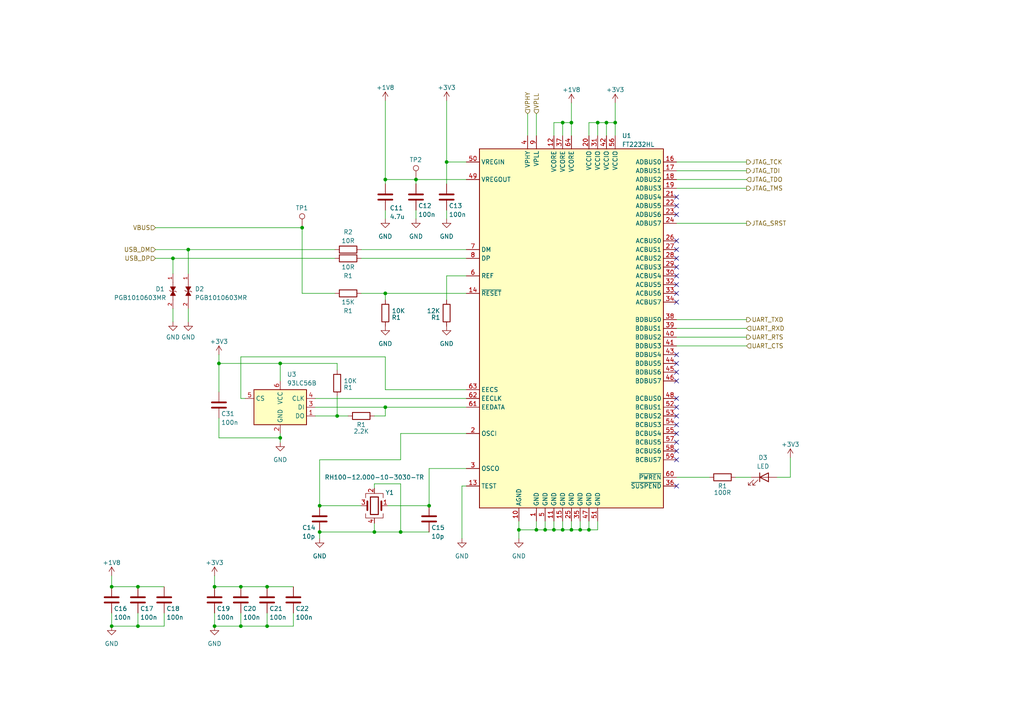
<source format=kicad_sch>
(kicad_sch (version 20230121) (generator eeschema)
  (paper "A4")
  (title_block (title "FTDI JTAG Programmer") (date "2024-10-11") (rev "1.1"))
  (lib_symbols
    (symbol "Connector:TestPoint" (pin_numbers hide) (pin_names (offset 0.762) hide)
      (property "Reference" "TP" (at 0 6.858 0))
      (property "Value" "TestPoint" (at 0 5.08 0))
      (symbol "TestPoint_0_1"
        (circle (center 0 3.302) (radius 0.762))
      )
      (symbol "TestPoint_1_1"
        (pin passive line (at 0 0 90) (length 2.54) (name "1") (number "1"))
      )
    )
    (symbol "Device:C" (pin_numbers hide) (pin_names (offset 0.254))
      (property "Reference" "C" (at 0.635 2.54 0))
      (property "Value" "C" (at 0.635 -2.54 0))
      (symbol "C_0_1"
        (polyline (pts (xy -2.032 -0.762) (xy 2.032 -0.762)) (stroke (width 0.508)))
        (polyline (pts (xy -2.032 0.762) (xy 2.032 0.762)) (stroke (width 0.508)))
      )
      (symbol "C_1_1"
        (pin passive line (at 0 3.81 270) (length 2.794) (name "~") (number "1"))
        (pin passive line (at 0 -3.81 90) (length 2.794) (name "~") (number "2"))
      )
    )
    (symbol "Device:Crystal_GND24" (pin_names (offset 1.016) hide)
      (property "Reference" "Y" (at 3.175 5.08 0))
      (property "Value" "Crystal_GND24" (at 3.175 3.175 0))
      (symbol "Crystal_GND24_0_1"
        (rectangle (start -1.143 2.54) (end 1.143 -2.54) (stroke (width 0.3048)))
        (polyline (pts (xy -2.54 0) (xy -2.032 0)))
        (polyline (pts (xy -2.032 -1.27) (xy -2.032 1.27)) (stroke (width 0.508)))
        (polyline (pts (xy 0 -3.81) (xy 0 -3.556)))
        (polyline (pts (xy 0 3.556) (xy 0 3.81)))
        (polyline (pts (xy 2.032 -1.27) (xy 2.032 1.27)) (stroke (width 0.508)))
        (polyline (pts (xy 2.032 0) (xy 2.54 0)))
        (polyline (pts (xy -2.54 -2.286) (xy -2.54 -3.556) (xy 2.54 -3.556) (xy 2.54 -2.286)))
        (polyline (pts (xy -2.54 2.286) (xy -2.54 3.556) (xy 2.54 3.556) (xy 2.54 2.286)))
      )
      (symbol "Crystal_GND24_1_1"
        (pin passive line (at -3.81 0 0) (length 1.27) (name "1") (number "1"))
        (pin passive line (at 0 5.08 270) (length 1.27) (name "2") (number "2"))
        (pin passive line (at 3.81 0 180) (length 1.27) (name "3") (number "3"))
        (pin passive line (at 0 -5.08 90) (length 1.27) (name "4") (number "4"))
      )
    )
    (symbol "Device:LED" (pin_numbers hide) (pin_names (offset 1.016) hide)
      (property "Reference" "D" (at 0 2.54 0))
      (property "Value" "LED" (at 0 -2.54 0))
      (symbol "LED_0_1"
        (polyline (pts (xy -1.27 -1.27) (xy -1.27 1.27)) (stroke (width 0.254)))
        (polyline (pts (xy -1.27 0) (xy 1.27 0)))
        (polyline (pts (xy 1.27 -1.27) (xy 1.27 1.27) (xy -1.27 0) (xy 1.27 -1.27)) (stroke (width 0.254)))
        (polyline (pts (xy -3.048 -0.762) (xy -4.572 -2.286) (xy -3.81 -2.286) (xy -4.572 -2.286) (xy -4.572 -1.524)))
        (polyline (pts (xy -1.778 -0.762) (xy -3.302 -2.286) (xy -2.54 -2.286) (xy -3.302 -2.286) (xy -3.302 -1.524)))
      )
      (symbol "LED_1_1"
        (pin passive line (at -3.81 0 0) (length 2.54) (name "K") (number "1"))
        (pin passive line (at 3.81 0 180) (length 2.54) (name "A") (number "2"))
      )
    )
    (symbol "Device:R" (pin_numbers hide) (pin_names (offset 0))
      (property "Reference" "R" (at 2.032 0 90))
      (property "Value" "R" (at 0 0 90))
      (symbol "R_0_1"
        (rectangle (start -1.016 -2.54) (end 1.016 2.54) (stroke (width 0.254)))
      )
      (symbol "R_1_1"
        (pin passive line (at 0 3.81 270) (length 1.27) (name "~") (number "1"))
        (pin passive line (at 0 -3.81 90) (length 1.27) (name "~") (number "2"))
      )
    )
    (symbol "Interface_USB:FT2232HL"
      (property "Reference" "U" (at -26.67 53.34 0))
      (property "Value" "FT2232HL" (at 19.05 53.34 0))
      (symbol "FT2232HL_0_1"
        (rectangle (start -26.67 -52.07) (end 26.67 52.07) (stroke (width 0.254)) (fill (type background)))
      )
      (symbol "FT2232HL_1_1"
        (pin power_in line (at -10.16 -55.88 90) (length 3.81) (name "GND") (number "1"))
        (pin power_in line (at -15.24 -55.88 90) (length 3.81) (name "AGND") (number "10"))
        (pin power_in line (at -5.08 -55.88 90) (length 3.81) (name "GND") (number "11"))
        (pin power_in line (at -5.08 55.88 270) (length 3.81) (name "VCORE") (number "12"))
        (pin input line (at -30.48 -45.72 0) (length 3.81) (name "TEST") (number "13"))
        (pin input line (at -30.48 10.16 0) (length 3.81) (name "~{RESET}") (number "14"))
        (pin power_in line (at -2.54 -55.88 90) (length 3.81) (name "GND") (number "15"))
        (pin bidirectional line (at 30.48 48.26 180) (length 3.81) (name "ADBUS0") (number "16"))
        (pin bidirectional line (at 30.48 45.72 180) (length 3.81) (name "ADBUS1") (number "17"))
        (pin bidirectional line (at 30.48 43.18 180) (length 3.81) (name "ADBUS2") (number "18"))
        (pin bidirectional line (at 30.48 40.64 180) (length 3.81) (name "ADBUS3") (number "19"))
        (pin input line (at -30.48 -30.48 0) (length 3.81) (name "OSCI") (number "2"))
        (pin power_in line (at 5.08 55.88 270) (length 3.81) (name "VCCIO") (number "20"))
        (pin bidirectional line (at 30.48 38.1 180) (length 3.81) (name "ADBUS4") (number "21"))
        (pin bidirectional line (at 30.48 35.56 180) (length 3.81) (name "ADBUS5") (number "22"))
        (pin bidirectional line (at 30.48 33.02 180) (length 3.81) (name "ADBUS6") (number "23"))
        (pin bidirectional line (at 30.48 30.48 180) (length 3.81) (name "ADBUS7") (number "24"))
        (pin power_in line (at 0 -55.88 90) (length 3.81) (name "GND") (number "25"))
        (pin bidirectional line (at 30.48 25.4 180) (length 3.81) (name "ACBUS0") (number "26"))
        (pin bidirectional line (at 30.48 22.86 180) (length 3.81) (name "ACBUS1") (number "27"))
        (pin bidirectional line (at 30.48 20.32 180) (length 3.81) (name "ACBUS2") (number "28"))
        (pin bidirectional line (at 30.48 17.78 180) (length 3.81) (name "ACBUS3") (number "29"))
        (pin output line (at -30.48 -40.64 0) (length 3.81) (name "OSCO") (number "3"))
        (pin bidirectional line (at 30.48 15.24 180) (length 3.81) (name "ACBUS4") (number "30"))
        (pin power_in line (at 7.62 55.88 270) (length 3.81) (name "VCCIO") (number "31"))
        (pin bidirectional line (at 30.48 12.7 180) (length 3.81) (name "ACBUS5") (number "32"))
        (pin bidirectional line (at 30.48 10.16 180) (length 3.81) (name "ACBUS6") (number "33"))
        (pin bidirectional line (at 30.48 7.62 180) (length 3.81) (name "ACBUS7") (number "34"))
        (pin power_in line (at 2.54 -55.88 90) (length 3.81) (name "GND") (number "35"))
        (pin output line (at 30.48 -45.72 180) (length 3.81) (name "~{SUSPEND}") (number "36"))
        (pin power_in line (at -2.54 55.88 270) (length 3.81) (name "VCORE") (number "37"))
        (pin bidirectional line (at 30.48 2.54 180) (length 3.81) (name "BDBUS0") (number "38"))
        (pin bidirectional line (at 30.48 0 180) (length 3.81) (name "BDBUS1") (number "39"))
        (pin power_in line (at -12.7 55.88 270) (length 3.81) (name "VPHY") (number "4"))
        (pin bidirectional line (at 30.48 -2.54 180) (length 3.81) (name "BDBUS2") (number "40"))
        (pin bidirectional line (at 30.48 -5.08 180) (length 3.81) (name "BDBUS3") (number "41"))
        (pin power_in line (at 10.16 55.88 270) (length 3.81) (name "VCCIO") (number "42"))
        (pin bidirectional line (at 30.48 -7.62 180) (length 3.81) (name "BDBUS4") (number "43"))
        (pin bidirectional line (at 30.48 -10.16 180) (length 3.81) (name "BDBUS5") (number "44"))
        (pin bidirectional line (at 30.48 -12.7 180) (length 3.81) (name "BDBUS6") (number "45"))
        (pin bidirectional line (at 30.48 -15.24 180) (length 3.81) (name "BDBUS7") (number "46"))
        (pin power_in line (at 5.08 -55.88 90) (length 3.81) (name "GND") (number "47"))
        (pin bidirectional line (at 30.48 -20.32 180) (length 3.81) (name "BCBUS0") (number "48"))
        (pin power_out line (at -30.48 43.18 0) (length 3.81) (name "VREGOUT") (number "49"))
        (pin power_in line (at -7.62 -55.88 90) (length 3.81) (name "GND") (number "5"))
        (pin power_in line (at -30.48 48.26 0) (length 3.81) (name "VREGIN") (number "50"))
        (pin power_in line (at 7.62 -55.88 90) (length 3.81) (name "GND") (number "51"))
        (pin bidirectional line (at 30.48 -22.86 180) (length 3.81) (name "BCBUS1") (number "52"))
        (pin bidirectional line (at 30.48 -25.4 180) (length 3.81) (name "BCBUS2") (number "53"))
        (pin bidirectional line (at 30.48 -27.94 180) (length 3.81) (name "BCBUS3") (number "54"))
        (pin bidirectional line (at 30.48 -30.48 180) (length 3.81) (name "BCBUS4") (number "55"))
        (pin power_in line (at 12.7 55.88 270) (length 3.81) (name "VCCIO") (number "56"))
        (pin bidirectional line (at 30.48 -33.02 180) (length 3.81) (name "BCBUS5") (number "57"))
        (pin bidirectional line (at 30.48 -35.56 180) (length 3.81) (name "BCBUS6") (number "58"))
        (pin bidirectional line (at 30.48 -38.1 180) (length 3.81) (name "BCBUS7") (number "59"))
        (pin output line (at -30.48 15.24 0) (length 3.81) (name "REF") (number "6"))
        (pin output line (at 30.48 -43.18 180) (length 3.81) (name "~{PWREN}") (number "60"))
        (pin bidirectional line (at -30.48 -22.86 0) (length 3.81) (name "EEDATA") (number "61"))
        (pin output line (at -30.48 -20.32 0) (length 3.81) (name "EECLK") (number "62"))
        (pin output line (at -30.48 -17.78 0) (length 3.81) (name "EECS") (number "63"))
        (pin power_in line (at 0 55.88 270) (length 3.81) (name "VCORE") (number "64"))
        (pin bidirectional line (at -30.48 22.86 0) (length 3.81) (name "DM") (number "7"))
        (pin bidirectional line (at -30.48 20.32 0) (length 3.81) (name "DP") (number "8"))
        (pin input line (at -10.16 55.88 270) (length 3.81) (name "VPLL") (number "9"))
      )
    )
    (symbol "Memory_EEPROM:93LCxxBxxOT"
      (property "Reference" "U" (at -6.35 6.35 0))
      (property "Value" "93LCxxBxxOT" (at 7.62 -6.35 0))
      (symbol "93LCxxBxxOT_0_1"
        (rectangle (start -7.62 5.08) (end 7.62 -5.08) (stroke (width 0.254)) (fill (type background)))
      )
      (symbol "93LCxxBxxOT_1_1"
        (pin tri_state line (at 10.16 -2.54 180) (length 2.54) (name "DO") (number "1"))
        (pin power_in line (at 0 -7.62 90) (length 2.54) (name "GND") (number "2"))
        (pin input line (at 10.16 0 180) (length 2.54) (name "DI") (number "3"))
        (pin input line (at 10.16 2.54 180) (length 2.54) (name "CLK") (number "4"))
        (pin input line (at -10.16 2.54 0) (length 2.54) (name "CS") (number "5"))
        (pin power_in line (at 0 7.62 270) (length 2.54) (name "VCC") (number "6"))
      )
    )
    (symbol "PGB1010603MR:PGB1010603MR" (pin_names (offset 1.016))
      (property "Reference" "D" (at -5.08 2.54 0))
      (property "Value" "PGB1010603MR" (at -5.08 -5.08 0))
      (symbol "PGB1010603MR_0_0"
        (polyline (pts (xy -1.27 0) (xy -2.54 0)) (stroke (width 0.1524)))
        (polyline (pts (xy 0 -0.762) (xy -0.254 -1.016)) (stroke (width 0.1524)))
        (polyline (pts (xy 0 -0.762) (xy 0 0.762)) (stroke (width 0.1524)))
        (polyline (pts (xy 0 0.762) (xy 0.254 1.016)) (stroke (width 0.1524)))
        (polyline (pts (xy 1.27 0) (xy 2.54 0)) (stroke (width 0.1524)))
        (polyline (pts (xy 0 0) (xy -1.27 -0.762) (xy -1.27 0.762) (xy 0 0)) (stroke (width 0.1524)) (fill (type outline)))
        (polyline (pts (xy 0 0) (xy 1.27 0.762) (xy 1.27 -0.762) (xy 0 0)) (stroke (width 0.1524)) (fill (type outline)))
        (pin passive line (at -5.08 0 0) (length 2.54) (name "~") (number "1"))
        (pin passive line (at 5.08 0 180) (length 2.54) (name "~") (number "2"))
      )
    )
    (symbol "power:+1V8" (power) (pin_names (offset 0))
      (property "Value" "+1V8" (at 0 3.556 0))
      (symbol "+1V8_0_1"
        (polyline (pts (xy -0.762 1.27) (xy 0 2.54)))
        (polyline (pts (xy 0 0) (xy 0 2.54)))
        (polyline (pts (xy 0 2.54) (xy 0.762 1.27)))
      )
      (symbol "+1V8_1_1"
        (pin power_in line (at 0 0 90) (length 0) hide (name "+1V8") (number "1"))
      )
    )
    (symbol "power:+3V3" (power) (pin_names (offset 0))
      (property "Value" "+3V3" (at 0 3.556 0))
      (symbol "+3V3_0_1"
        (polyline (pts (xy -0.762 1.27) (xy 0 2.54)))
        (polyline (pts (xy 0 0) (xy 0 2.54)))
        (polyline (pts (xy 0 2.54) (xy 0.762 1.27)))
      )
      (symbol "+3V3_1_1"
        (pin power_in line (at 0 0 90) (length 0) hide (name "+3V3") (number "1"))
      )
    )
    (symbol "power:GND" (power) (pin_names (offset 0))
      (property "Value" "GND" (at 0 -3.81 0))
      (symbol "GND_0_1"
        (polyline (pts (xy 0 0) (xy 0 -1.27) (xy 1.27 -1.27) (xy 0 -2.54) (xy -1.27 -1.27) (xy 0 -1.27)))
      )
      (symbol "GND_1_1"
        (pin power_in line (at 0 0 270) (length 0) hide (name "GND") (number "1"))
      )
    )
  )
  (junction (at 111.76 118.11))
  (junction (at 120.65 52.07))
  (junction (at 111.76 52.07))
  (junction (at 116.205 154.305))
  (junction (at 178.435 35.56))
  (junction (at 92.71 154.305))
  (junction (at 50.165 74.93))
  (junction (at 77.47 170.18))
  (junction (at 170.815 153.67))
  (junction (at 129.54 46.99))
  (junction (at 63.5 105.41))
  (junction (at 81.28 105.41))
  (junction (at 165.735 153.67))
  (junction (at 87.63 66.04))
  (junction (at 40.005 181.61))
  (junction (at 175.895 35.56))
  (junction (at 165.735 35.56))
  (junction (at 97.79 120.65))
  (junction (at 158.115 153.67))
  (junction (at 111.76 85.09))
  (junction (at 108.585 154.305))
  (junction (at 163.195 35.56))
  (junction (at 160.655 153.67))
  (junction (at 92.71 146.685))
  (junction (at 173.355 35.56))
  (junction (at 168.275 153.67))
  (junction (at 150.495 153.67))
  (junction (at 32.385 181.61))
  (junction (at 124.46 146.685))
  (junction (at 163.195 153.67))
  (junction (at 62.23 181.61))
  (junction (at 155.575 153.67))
  (junction (at 69.85 181.61))
  (junction (at 40.005 170.18))
  (junction (at 54.61 72.39))
  (junction (at 32.385 170.18))
  (junction (at 81.28 127))
  (junction (at 69.85 170.18))
  (junction (at 62.23 170.18))
  (junction (at 77.47 181.61))
  (no_connect (at 196.215 120.65))
  (no_connect (at 196.215 87.63))
  (no_connect (at 196.215 128.27))
  (no_connect (at 196.215 69.85))
  (no_connect (at 196.215 74.93))
  (no_connect (at 196.215 62.23))
  (no_connect (at 196.215 115.57))
  (no_connect (at 196.215 118.11))
  (no_connect (at 196.215 107.95))
  (no_connect (at 196.215 133.35))
  (no_connect (at 196.215 59.69))
  (no_connect (at 196.215 140.97))
  (no_connect (at 196.215 102.87))
  (no_connect (at 196.215 123.19))
  (no_connect (at 196.215 82.55))
  (no_connect (at 196.215 130.81))
  (no_connect (at 196.215 80.01))
  (no_connect (at 196.215 57.15))
  (no_connect (at 196.215 77.47))
  (no_connect (at 196.215 125.73))
  (no_connect (at 196.215 110.49))
  (no_connect (at 196.215 72.39))
  (no_connect (at 196.215 105.41))
  (no_connect (at 196.215 85.09))
  (wire (pts (xy 133.985 140.97) (xy 133.985 156.21)))
  (wire (pts (xy 63.5 105.41) (xy 81.28 105.41)))
  (wire (pts (xy 92.71 154.305) (xy 108.585 154.305)))
  (wire (pts (xy 163.195 153.67) (xy 165.735 153.67)))
  (wire (pts (xy 196.215 95.25) (xy 216.535 95.25)))
  (wire (pts (xy 111.76 118.11) (xy 135.255 118.11)))
  (wire (pts (xy 32.385 181.61) (xy 40.005 181.61)))
  (wire (pts (xy 50.165 89.535) (xy 50.165 93.345)))
  (wire (pts (xy 165.735 35.56) (xy 163.195 35.56)))
  (wire (pts (xy 116.205 133.35) (xy 116.205 125.73)))
  (wire (pts (xy 116.205 140.335) (xy 116.205 154.305)))
  (wire (pts (xy 111.76 85.09) (xy 111.76 86.995)))
  (wire (pts (xy 163.195 151.13) (xy 163.195 153.67)))
  (wire (pts (xy 92.71 156.21) (xy 92.71 154.305)))
  (wire (pts (xy 196.215 49.53) (xy 216.535 49.53)))
  (wire (pts (xy 50.165 79.375) (xy 50.165 74.93)))
  (wire (pts (xy 71.12 115.57) (xy 69.85 115.57)))
  (wire (pts (xy 104.775 74.93) (xy 135.255 74.93)))
  (wire (pts (xy 150.495 153.67) (xy 155.575 153.67)))
  (wire (pts (xy 155.575 151.13) (xy 155.575 153.67)))
  (wire (pts (xy 62.23 167.005) (xy 62.23 170.18)))
  (wire (pts (xy 175.895 35.56) (xy 175.895 39.37)))
  (wire (pts (xy 63.5 102.87) (xy 63.5 105.41)))
  (wire (pts (xy 92.71 146.685) (xy 104.775 146.685)))
  (wire (pts (xy 160.655 39.37) (xy 160.655 35.56)))
  (wire (pts (xy 150.495 153.67) (xy 150.495 156.21)))
  (wire (pts (xy 111.76 120.65) (xy 111.76 118.11)))
  (wire (pts (xy 111.76 60.96) (xy 111.76 63.5)))
  (wire (pts (xy 165.735 35.56) (xy 165.735 39.37)))
  (wire (pts (xy 54.61 89.535) (xy 54.61 93.345)))
  (wire (pts (xy 129.54 86.995) (xy 129.54 80.01)))
  (wire (pts (xy 91.44 118.11) (xy 111.76 118.11)))
  (wire (pts (xy 116.205 154.305) (xy 108.585 154.305)))
  (wire (pts (xy 77.47 170.18) (xy 85.09 170.18)))
  (wire (pts (xy 54.61 72.39) (xy 54.61 79.375)))
  (wire (pts (xy 69.85 103.505) (xy 111.76 103.505)))
  (wire (pts (xy 129.54 29.21) (xy 129.54 46.99)))
  (wire (pts (xy 77.47 181.61) (xy 77.47 177.8)))
  (wire (pts (xy 165.735 153.67) (xy 168.275 153.67)))
  (wire (pts (xy 175.895 35.56) (xy 178.435 35.56)))
  (wire (pts (xy 108.585 140.335) (xy 116.205 140.335)))
  (wire (pts (xy 81.28 105.41) (xy 97.79 105.41)))
  (wire (pts (xy 170.815 35.56) (xy 173.355 35.56)))
  (wire (pts (xy 45.085 66.04) (xy 87.63 66.04)))
  (wire (pts (xy 170.815 151.13) (xy 170.815 153.67)))
  (wire (pts (xy 50.165 74.93) (xy 97.155 74.93)))
  (wire (pts (xy 173.355 35.56) (xy 173.355 39.37)))
  (wire (pts (xy 85.09 181.61) (xy 85.09 177.8)))
  (wire (pts (xy 196.215 138.43) (xy 205.74 138.43)))
  (wire (pts (xy 45.085 74.93) (xy 50.165 74.93)))
  (wire (pts (xy 129.54 46.99) (xy 135.255 46.99)))
  (wire (pts (xy 62.23 181.61) (xy 69.85 181.61)))
  (wire (pts (xy 77.47 181.61) (xy 85.09 181.61)))
  (wire (pts (xy 87.63 66.04) (xy 87.63 85.09)))
  (wire (pts (xy 91.44 120.65) (xy 97.79 120.65)))
  (wire (pts (xy 116.205 154.305) (xy 124.46 154.305)))
  (wire (pts (xy 62.23 170.18) (xy 69.85 170.18)))
  (wire (pts (xy 173.355 35.56) (xy 175.895 35.56)))
  (wire (pts (xy 69.85 115.57) (xy 69.85 103.505)))
  (wire (pts (xy 40.005 170.18) (xy 47.625 170.18)))
  (wire (pts (xy 40.005 181.61) (xy 47.625 181.61)))
  (wire (pts (xy 153.035 33.02) (xy 153.035 39.37)))
  (wire (pts (xy 104.775 85.09) (xy 111.76 85.09)))
  (wire (pts (xy 120.65 52.07) (xy 135.255 52.07)))
  (wire (pts (xy 87.63 85.09) (xy 97.155 85.09)))
  (wire (pts (xy 196.215 46.99) (xy 216.535 46.99)))
  (wire (pts (xy 129.54 80.01) (xy 135.255 80.01)))
  (wire (pts (xy 120.65 53.34) (xy 120.65 52.07)))
  (wire (pts (xy 133.985 140.97) (xy 135.255 140.97)))
  (wire (pts (xy 40.005 177.8) (xy 40.005 181.61)))
  (wire (pts (xy 178.435 29.845) (xy 178.435 35.56)))
  (wire (pts (xy 160.655 153.67) (xy 163.195 153.67)))
  (wire (pts (xy 129.54 63.5) (xy 129.54 60.96)))
  (wire (pts (xy 32.385 181.61) (xy 32.385 177.8)))
  (wire (pts (xy 196.215 52.07) (xy 216.535 52.07)))
  (wire (pts (xy 163.195 35.56) (xy 163.195 39.37)))
  (wire (pts (xy 112.395 146.685) (xy 124.46 146.685)))
  (wire (pts (xy 111.76 85.09) (xy 135.255 85.09)))
  (wire (pts (xy 62.23 181.61) (xy 62.23 177.8)))
  (wire (pts (xy 81.28 105.41) (xy 81.28 110.49)))
  (wire (pts (xy 104.775 72.39) (xy 135.255 72.39)))
  (wire (pts (xy 63.5 127) (xy 81.28 127)))
  (wire (pts (xy 160.655 35.56) (xy 163.195 35.56)))
  (wire (pts (xy 155.575 33.02) (xy 155.575 39.37)))
  (wire (pts (xy 150.495 151.13) (xy 150.495 153.67)))
  (wire (pts (xy 111.76 120.65) (xy 108.585 120.65)))
  (wire (pts (xy 158.115 153.67) (xy 160.655 153.67)))
  (wire (pts (xy 229.235 132.715) (xy 229.235 138.43)))
  (wire (pts (xy 213.36 138.43) (xy 217.805 138.43)))
  (wire (pts (xy 111.76 29.21) (xy 111.76 52.07)))
  (wire (pts (xy 196.215 54.61) (xy 216.535 54.61)))
  (wire (pts (xy 116.205 125.73) (xy 135.255 125.73)))
  (wire (pts (xy 97.79 105.41) (xy 97.79 107.315)))
  (wire (pts (xy 170.815 39.37) (xy 170.815 35.56)))
  (wire (pts (xy 92.71 146.685) (xy 92.71 133.35)))
  (wire (pts (xy 69.85 177.8) (xy 69.85 181.61)))
  (wire (pts (xy 92.71 133.35) (xy 116.205 133.35)))
  (wire (pts (xy 170.815 153.67) (xy 173.355 153.67)))
  (wire (pts (xy 97.79 114.935) (xy 97.79 120.65)))
  (wire (pts (xy 111.76 103.505) (xy 111.76 113.03)))
  (wire (pts (xy 45.085 72.39) (xy 54.61 72.39)))
  (wire (pts (xy 196.215 100.33) (xy 216.535 100.33)))
  (wire (pts (xy 196.215 97.79) (xy 216.535 97.79)))
  (wire (pts (xy 129.54 46.99) (xy 129.54 53.34)))
  (wire (pts (xy 81.28 128.27) (xy 81.28 127)))
  (wire (pts (xy 160.655 151.13) (xy 160.655 153.67)))
  (wire (pts (xy 225.425 138.43) (xy 229.235 138.43)))
  (wire (pts (xy 108.585 154.305) (xy 108.585 151.765)))
  (wire (pts (xy 158.115 151.13) (xy 158.115 153.67)))
  (wire (pts (xy 178.435 35.56) (xy 178.435 39.37)))
  (wire (pts (xy 63.5 121.285) (xy 63.5 127)))
  (wire (pts (xy 124.46 135.89) (xy 135.255 135.89)))
  (wire (pts (xy 165.735 151.13) (xy 165.735 153.67)))
  (wire (pts (xy 165.735 29.845) (xy 165.735 35.56)))
  (wire (pts (xy 97.79 120.65) (xy 100.965 120.65)))
  (wire (pts (xy 111.76 113.03) (xy 135.255 113.03)))
  (wire (pts (xy 32.385 167.005) (xy 32.385 170.18)))
  (wire (pts (xy 196.215 64.77) (xy 216.535 64.77)))
  (wire (pts (xy 196.215 92.71) (xy 216.535 92.71)))
  (wire (pts (xy 47.625 181.61) (xy 47.625 177.8)))
  (wire (pts (xy 111.76 53.34) (xy 111.76 52.07)))
  (wire (pts (xy 124.46 146.685) (xy 124.46 135.89)))
  (wire (pts (xy 69.85 181.61) (xy 77.47 181.61)))
  (wire (pts (xy 32.385 170.18) (xy 40.005 170.18)))
  (wire (pts (xy 111.76 52.07) (xy 120.65 52.07)))
  (wire (pts (xy 54.61 72.39) (xy 97.155 72.39)))
  (wire (pts (xy 108.585 141.605) (xy 108.585 140.335)))
  (wire (pts (xy 173.355 153.67) (xy 173.355 151.13)))
  (wire (pts (xy 168.275 153.67) (xy 170.815 153.67)))
  (wire (pts (xy 168.275 151.13) (xy 168.275 153.67)))
  (wire (pts (xy 63.5 105.41) (xy 63.5 113.665)))
  (wire (pts (xy 155.575 153.67) (xy 158.115 153.67)))
  (wire (pts (xy 120.65 60.96) (xy 120.65 63.5)))
  (wire (pts (xy 69.85 170.18) (xy 77.47 170.18)))
  (wire (pts (xy 91.44 115.57) (xy 135.255 115.57)))
  (wire (pts (xy 81.28 127) (xy 81.28 125.73)))
  (hierarchical_label "USB_DP" (shape input) (at 45.085 74.93 180))
  (hierarchical_label "VPLL" (shape input) (at 155.575 33.02 90))
  (hierarchical_label "USB_DM" (shape input) (at 45.085 72.39 180))
  (hierarchical_label "JTAG_TMS" (shape output) (at 216.535 54.61 0))
  (hierarchical_label "JTAG_TDI" (shape output) (at 216.535 49.53 0))
  (hierarchical_label "VPHY" (shape input) (at 153.035 33.02 90))
  (hierarchical_label "UART_TXD" (shape output) (at 216.535 92.71 0))
  (hierarchical_label "JTAG_SRST" (shape output) (at 216.535 64.77 0))
  (hierarchical_label "UART_CTS" (shape input) (at 216.535 100.33 0))
  (hierarchical_label "UART_RTS" (shape output) (at 216.535 97.79 0))
  (hierarchical_label "JTAG_TDO" (shape input) (at 216.535 52.07 0))
  (hierarchical_label "JTAG_TCK" (shape output) (at 216.535 46.99 0))
  (hierarchical_label "VBUS" (shape input) (at 45.085 66.04 180))
  (hierarchical_label "UART_RXD" (shape input) (at 216.535 95.25 0))
  (symbol (lib_id "power:+3V3") (at 62.23 167.005 0) (unit 1)
    (property "Reference" "#PWR030" (effects hide))
    (property "Value" "+3V3" (at 62.23 163.195 0))
  )
  (symbol (lib_id "power:GND") (at 81.28 128.27 0) (unit 1)
    (property "Reference" "#PWR020" (effects hide))
    (property "Value" "GND" (at 81.28 133.35 0))
  )
  (symbol (lib_id "PGB1010603MR:PGB1010603MR") (at 50.165 84.455 270) (unit 1)
    (property "Reference" "D1" (at 45.085 83.82 90) (effects (justify left)))
    (property "Value" "PGB1010603MR" (at 33.02 86.36 90) (effects (justify left)))
    (property "Footprint" "PGB1010603MR:DIOC1608X36N" (effects hide))
    (property "PARTREV" "07/27/15" (effects hide))
    (property "STANDARD" "Manufacturer recommendations" (effects hide))
    (property "MAXIMUM_PACKAGE_HEIGHT" "0.36 mm" (effects hide))
    (property "MANUFACTURER" "Littelfuse Inc." (effects hide))
    (property "LCSC" "C142698" (effects hide))
  )
  (symbol (lib_id "power:+1V8") (at 165.735 29.845 0) (unit 1)
    (property "Reference" "#PWR047" (effects hide))
    (property "Value" "+1V8" (at 165.735 26.035 0))
  )
  (symbol (lib_id "power:GND") (at 92.71 156.21 0) (unit 1)
    (property "Reference" "#PWR021" (effects hide))
    (property "Value" "GND" (at 92.71 161.29 0))
  )
  (symbol (lib_id "power:GND") (at 120.65 63.5 0) (unit 1)
    (property "Reference" "#PWR014" (effects hide))
    (property "Value" "GND" (at 120.65 68.58 0))
  )
  (symbol (lib_id "power:+1V8") (at 111.76 29.21 0) (unit 1)
    (property "Reference" "#PWR045" (effects hide))
    (property "Value" "+1V8" (at 111.76 25.4 0))
  )
  (symbol (lib_id "power:GND") (at 111.76 63.5 0) (unit 1)
    (property "Reference" "#PWR013" (effects hide))
    (property "Value" "GND" (at 111.76 68.58 0))
  )
  (symbol (lib_id "Device:R") (at 100.965 74.93 90) (unit 1)
    (property "Reference" "R1" (at 100.965 80.01 90))
    (property "Value" "10R" (at 100.965 77.47 90))
    (property "Footprint" "Resistor_SMD:R_0603_1608Metric" (effects hide))
    (instances (project "JTAGProgrammer" (path "" (reference "R1") (unit 1)) (path "" (reference "R3") (unit 1))))
  )
  (symbol (lib_id "power:GND") (at 62.23 181.61 0) (unit 1)
    (property "Reference" "#PWR025" (effects hide))
    (property "Value" "GND" (at 62.23 186.69 0))
  )
  (symbol (lib_id "Device:C") (at 63.5 117.475 0) (unit 1)
    (property "Reference" "C31" (at 64.135 120.015 0) (effects (justify left)))
    (property "Value" "100n" (at 64.135 122.555 0) (effects (justify left)))
    (property "Footprint" "Capacitor_SMD:C_0603_1608Metric" (effects hide))
  )
  (symbol (lib_id "Device:C") (at 120.65 57.15 0) (unit 1)
    (property "Reference" "C12" (at 121.285 59.69 0) (effects (justify left)))
    (property "Value" "100n" (at 121.285 62.23 0) (effects (justify left)))
    (property "Footprint" "Capacitor_SMD:C_0603_1608Metric" (effects hide))
  )
  (symbol (lib_id "Device:R") (at 209.55 138.43 90) (unit 1)
    (property "Reference" "R1" (at 209.55 140.97 90))
    (property "Value" "100R" (at 209.55 142.875 90))
    (property "Footprint" "Resistor_SMD:R_0603_1608Metric" (effects hide))
    (instances (project "JTAGProgrammer" (path "" (reference "R1") (unit 1)) (path "" (reference "R9") (unit 1))))
  )
  (symbol (lib_id "power:GND") (at 129.54 94.615 0) (unit 1)
    (property "Reference" "#PWR017" (effects hide))
    (property "Value" "GND" (at 129.54 99.695 0))
  )
  (symbol (lib_id "Device:R") (at 129.54 90.805 0) (mirror x) (unit 1)
    (property "Reference" "R1" (at 126.365 92.075 0))
    (property "Value" "12K" (at 125.73 90.17 0))
    (property "Footprint" "Resistor_SMD:R_0603_1608Metric" (effects hide))
    (instances (project "JTAGProgrammer" (path "" (reference "R1") (unit 1)) (path "" (reference "R6") (unit 1))))
  )
  (symbol (lib_id "power:+3V3") (at 229.235 132.715 0) (unit 1)
    (property "Reference" "#PWR029" (effects hide))
    (property "Value" "+3V3" (at 229.235 128.905 0))
  )
  (symbol (lib_id "PGB1010603MR:PGB1010603MR") (at 54.61 84.455 270) (unit 1)
    (property "Reference" "D2" (at 56.515 83.82 90) (effects (justify left)))
    (property "Value" "PGB1010603MR" (at 56.515 86.36 90) (effects (justify left)))
    (property "Footprint" "PGB1010603MR:DIOC1608X36N" (effects hide))
    (property "PARTREV" "07/27/15" (effects hide))
    (property "STANDARD" "Manufacturer recommendations" (effects hide))
    (property "MAXIMUM_PACKAGE_HEIGHT" "0.36 mm" (effects hide))
    (property "MANUFACTURER" "Littelfuse Inc." (effects hide))
    (property "LCSC" "C142698" (effects hide))
  )
  (symbol (lib_id "power:GND") (at 54.61 93.345 0) (unit 1)
    (property "Reference" "#PWR019" (effects hide))
    (property "Value" "GND" (at 54.61 97.79 0))
  )
  (symbol (lib_id "Device:C") (at 32.385 173.99 0) (unit 1)
    (property "Reference" "C16" (at 33.02 176.53 0) (effects (justify left)))
    (property "Value" "100n" (at 33.02 179.07 0) (effects (justify left)))
    (property "Footprint" "Capacitor_SMD:C_0603_1608Metric" (effects hide))
  )
  (symbol (lib_id "power:GND") (at 129.54 63.5 0) (unit 1)
    (property "Reference" "#PWR015" (effects hide))
    (property "Value" "GND" (at 129.54 68.58 0))
  )
  (symbol (lib_id "power:+3V3") (at 178.435 29.845 0) (unit 1)
    (property "Reference" "#PWR041" (effects hide))
    (property "Value" "+3V3" (at 178.435 26.035 0))
  )
  (symbol (lib_id "Device:R") (at 100.965 85.09 90) (unit 1)
    (property "Reference" "R1" (at 100.965 90.17 90))
    (property "Value" "15K" (at 100.965 87.63 90))
    (property "Footprint" "Resistor_SMD:R_0603_1608Metric" (effects hide))
    (instances (project "JTAGProgrammer" (path "" (reference "R1") (unit 1)) (path "" (reference "R4") (unit 1))))
  )
  (symbol (lib_id "Connector:TestPoint") (at 120.65 52.07 0) (unit 1)
    (property "Reference" "TP2" (at 118.745 46.355 0) (effects (justify left)))
    (property "Value" "TestPoint" (effects hide))
    (property "Footprint" "TestPoint:TestPoint_Pad_D1.0mm" (effects hide))
  )
  (symbol (lib_id "Connector:TestPoint") (at 87.63 66.04 0) (unit 1)
    (property "Reference" "TP1" (at 85.725 60.325 0) (effects (justify left)))
    (property "Value" "TestPoint" (effects hide))
    (property "Footprint" "TestPoint:TestPoint_Pad_D1.0mm" (effects hide))
  )
  (symbol (lib_id "power:GND") (at 32.385 181.61 0) (unit 1)
    (property "Reference" "#PWR024" (effects hide))
    (property "Value" "GND" (at 32.385 186.69 0))
  )
  (symbol (lib_id "Device:C") (at 85.09 173.99 0) (unit 1)
    (property "Reference" "C22" (at 85.725 176.53 0) (effects (justify left)))
    (property "Value" "100n" (at 85.725 179.07 0) (effects (justify left)))
    (property "Footprint" "Capacitor_SMD:C_0603_1608Metric" (effects hide))
  )
  (symbol (lib_id "power:+3V3") (at 129.54 29.21 0) (unit 1)
    (property "Reference" "#PWR031" (effects hide))
    (property "Value" "+3V3" (at 129.54 25.4 0))
  )
  (symbol (lib_id "Device:LED") (at 221.615 138.43 0) (unit 1)
    (property "Reference" "D3" (at 221.2975 132.715 0))
    (property "Value" "LED" (at 221.2975 135.255 0))
    (property "Footprint" "LED_SMD:LED_0603_1608Metric" (effects hide))
    (property "LCSC" "C3014182" (effects hide))
  )
  (symbol (lib_id "Interface_USB:FT2232HL") (at 165.735 95.25 0) (unit 1)
    (property "Reference" "U1" (at 180.3909 39.37 0) (effects (justify left)))
    (property "Value" "FT2232HL" (at 180.3909 41.91 0) (effects (justify left)))
    (property "Footprint" "Package_QFP:LQFP-64_10x10mm_P0.5mm" (effects hide))
    (property "Datasheet" "https://www.ftdichip.com/Support/Documents/DataSheets/ICs/DS_FT2232H.pdf" (effects hide))
    (property "LCSC" "C27882" (effects hide))
    (instances (project "JTAGProgrammer" (path "" (reference "U1") (unit 1)) (path "" (reference "U2") (unit 1))))
  )
  (symbol (lib_id "Device:Crystal_GND24") (at 108.585 146.685 0) (mirror y) (unit 1)
    (property "Reference" "Y1" (at 113.03 142.875 0))
    (property "Value" "RH100-12.000-10-3030-TR" (at 108.585 138.43 0))
    (property "Footprint" "Crystal:Crystal_SMD_3225-4Pin_3.2x2.5mm" (effects hide))
    (property "LCSC" "C255903" (effects hide))
  )
  (symbol (lib_id "Device:C") (at 40.005 173.99 0) (unit 1)
    (property "Reference" "C17" (at 40.64 176.53 0) (effects (justify left)))
    (property "Value" "100n" (at 40.64 179.07 0) (effects (justify left)))
    (property "Footprint" "Capacitor_SMD:C_0603_1608Metric" (effects hide))
  )
  (symbol (lib_id "power:GND") (at 50.165 93.345 0) (unit 1)
    (property "Reference" "#PWR018" (effects hide))
    (property "Value" "GND" (at 50.165 97.79 0))
  )
  (symbol (lib_id "Memory_EEPROM:93LCxxBxxOT") (at 81.28 118.11 0) (unit 1)
    (property "Reference" "U3" (at 83.2359 108.585 0) (effects (justify left)))
    (property "Value" "93LC56B" (at 83.2359 111.125 0) (effects (justify left)))
    (property "Footprint" "Package_TO_SOT_SMD:SOT-23-6" (effects hide))
    (property "Datasheet" "http://ww1.microchip.com/downloads/en/DeviceDoc/20001749K.pdf" (effects hide))
    (property "LCSC" "C190271" (effects hide))
  )
  (symbol (lib_id "Device:C") (at 92.71 150.495 0) (unit 1)
    (property "Reference" "C14" (at 87.63 153.035 0) (effects (justify left)))
    (property "Value" "10p" (at 87.63 155.575 0) (effects (justify left)))
    (property "Footprint" "Capacitor_SMD:C_0603_1608Metric" (effects hide))
  )
  (symbol (lib_id "Device:C") (at 111.76 57.15 0) (unit 1)
    (property "Reference" "C11" (at 113.03 60.325 0) (effects (justify left)))
    (property "Value" "4.7u" (at 113.03 62.865 0) (effects (justify left)))
    (property "Footprint" "Capacitor_SMD:C_1206_3216Metric" (effects hide))
  )
  (symbol (lib_id "Device:C") (at 47.625 173.99 0) (unit 1)
    (property "Reference" "C18" (at 48.26 176.53 0) (effects (justify left)))
    (property "Value" "100n" (at 48.26 179.07 0) (effects (justify left)))
    (property "Footprint" "Capacitor_SMD:C_0603_1608Metric" (effects hide))
  )
  (symbol (lib_id "power:GND") (at 111.76 94.615 0) (unit 1)
    (property "Reference" "#PWR016" (effects hide))
    (property "Value" "GND" (at 111.76 99.695 0))
  )
  (symbol (lib_id "Device:C") (at 62.23 173.99 0) (unit 1)
    (property "Reference" "C19" (at 62.865 176.53 0) (effects (justify left)))
    (property "Value" "100n" (at 62.865 179.07 0) (effects (justify left)))
    (property "Footprint" "Capacitor_SMD:C_0603_1608Metric" (effects hide))
  )
  (symbol (lib_id "Device:R") (at 111.76 90.805 180) (unit 1)
    (property "Reference" "R1" (at 114.935 92.075 0))
    (property "Value" "10K" (at 115.57 90.17 0))
    (property "Footprint" "Resistor_SMD:R_0603_1608Metric" (effects hide))
    (instances (project "JTAGProgrammer" (path "" (reference "R1") (unit 1)) (path "" (reference "R5") (unit 1))))
  )
  (symbol (lib_id "power:GND") (at 150.495 156.21 0) (unit 1)
    (property "Reference" "#PWR023" (effects hide))
    (property "Value" "GND" (at 150.495 161.29 0))
  )
  (symbol (lib_id "Device:C") (at 69.85 173.99 0) (unit 1)
    (property "Reference" "C20" (at 70.485 176.53 0) (effects (justify left)))
    (property "Value" "100n" (at 70.485 179.07 0) (effects (justify left)))
    (property "Footprint" "Capacitor_SMD:C_0603_1608Metric" (effects hide))
  )
  (symbol (lib_id "power:+1V8") (at 32.385 167.005 0) (unit 1)
    (property "Reference" "#PWR046" (effects hide))
    (property "Value" "+1V8" (at 32.385 163.195 0))
  )
  (symbol (lib_id "power:GND") (at 133.985 156.21 0) (unit 1)
    (property "Reference" "#PWR022" (effects hide))
    (property "Value" "GND" (at 133.985 161.29 0))
  )
  (symbol (lib_id "Device:R") (at 100.965 72.39 90) (unit 1)
    (property "Reference" "R2" (at 100.965 67.31 90))
    (property "Value" "10R" (at 100.965 69.85 90))
    (property "Footprint" "Resistor_SMD:R_0603_1608Metric" (effects hide))
  )
  (symbol (lib_id "Device:R") (at 104.775 120.65 90) (unit 1)
    (property "Reference" "R1" (at 104.775 123.19 90))
    (property "Value" "2.2K" (at 104.775 125.095 90))
    (property "Footprint" "Resistor_SMD:R_0603_1608Metric" (effects hide))
    (instances (project "JTAGProgrammer" (path "" (reference "R1") (unit 1)) (path "" (reference "R8") (unit 1))))
  )
  (symbol (lib_id "Device:C") (at 77.47 173.99 0) (unit 1)
    (property "Reference" "C21" (at 78.105 176.53 0) (effects (justify left)))
    (property "Value" "100n" (at 78.105 179.07 0) (effects (justify left)))
    (property "Footprint" "Capacitor_SMD:C_0603_1608Metric" (effects hide))
  )
  (symbol (lib_id "Device:C") (at 124.46 150.495 0) (unit 1)
    (property "Reference" "C15" (at 125.095 153.035 0) (effects (justify left)))
    (property "Value" "10p" (at 125.095 155.575 0) (effects (justify left)))
    (property "Footprint" "Capacitor_SMD:C_0603_1608Metric" (effects hide))
  )
  (symbol (lib_id "Device:C") (at 129.54 57.15 0) (unit 1)
    (property "Reference" "C13" (at 130.175 59.69 0) (effects (justify left)))
    (property "Value" "100n" (at 130.175 62.23 0) (effects (justify left)))
    (property "Footprint" "Capacitor_SMD:C_0603_1608Metric" (effects hide))
  )
  (symbol (lib_id "Device:R") (at 97.79 111.125 180) (unit 1)
    (property "Reference" "R1" (at 100.965 112.395 0))
    (property "Value" "10K" (at 101.6 110.49 0))
    (property "Footprint" "Resistor_SMD:R_0603_1608Metric" (effects hide))
    (instances (project "JTAGProgrammer" (path "" (reference "R1") (unit 1)) (path "" (reference "R7") (unit 1))))
  )
  (symbol (lib_id "power:+3V3") (at 63.5 102.87 0) (unit 1)
    (property "Reference" "#PWR048" (effects hide))
    (property "Value" "+3V3" (at 63.5 99.06 0))
  )
)
</source>
